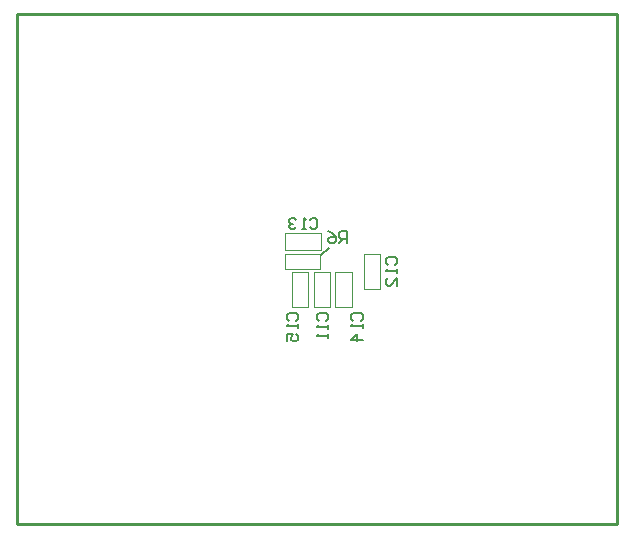
<source format=gbo>
G04*
G04 #@! TF.GenerationSoftware,Altium Limited,Altium Designer,20.2.5 (213)*
G04*
G04 Layer_Color=32896*
%FSLAX42Y42*%
%MOMM*%
G71*
G04*
G04 #@! TF.SameCoordinates,99264967-5F5F-486C-9E42-840607406226*
G04*
G04*
G04 #@! TF.FilePolarity,Positive*
G04*
G01*
G75*
%ADD11C,0.25*%
%ADD12C,0.10*%
%ADD15C,0.15*%
D11*
X3302Y3302D02*
Y7620D01*
X8382D01*
Y3302D02*
Y7620D01*
X3302Y3302D02*
X8382D01*
D12*
X6242Y5587D02*
X6382D01*
X6242Y5287D02*
Y5587D01*
X6382Y5287D02*
Y5587D01*
X6242Y5287D02*
X6382D01*
X6001Y5133D02*
X6141D01*
Y5433D01*
X6001Y5133D02*
Y5433D01*
X6001D02*
X6141D01*
X5578Y5620D02*
Y5760D01*
Y5620D02*
X5878D01*
X5578Y5760D02*
X5878D01*
Y5620D02*
Y5760D01*
X5820Y5133D02*
X5960D01*
Y5433D01*
X5820Y5133D02*
Y5433D01*
X5820D02*
X5960D01*
X5632Y5133D02*
X5772D01*
Y5433D01*
X5632Y5133D02*
Y5433D01*
X5632D02*
X5772D01*
X5574Y5587D02*
X5874D01*
X5574Y5457D02*
Y5587D01*
Y5457D02*
X5874D01*
Y5587D01*
D15*
X5879Y5574D02*
X5944Y5639D01*
X6100Y5679D02*
Y5776D01*
X6052D01*
X6036Y5760D01*
Y5728D01*
X6052Y5712D01*
X6100D01*
X6068D02*
X6036Y5679D01*
X5939Y5776D02*
X5972Y5760D01*
X6004Y5728D01*
Y5696D01*
X5988Y5679D01*
X5955D01*
X5939Y5696D01*
Y5712D01*
X5955Y5728D01*
X6004D01*
X5607Y5022D02*
X5591Y5038D01*
Y5070D01*
X5607Y5086D01*
X5671D01*
X5687Y5070D01*
Y5038D01*
X5671Y5022D01*
X5687Y4990D02*
Y4958D01*
Y4974D01*
X5591D01*
X5607Y4990D01*
X5591Y4845D02*
Y4909D01*
X5639D01*
X5623Y4877D01*
Y4861D01*
X5639Y4845D01*
X5671D01*
X5687Y4861D01*
Y4893D01*
X5671Y4909D01*
X6153Y5022D02*
X6137Y5038D01*
Y5070D01*
X6153Y5086D01*
X6217D01*
X6233Y5070D01*
Y5038D01*
X6217Y5022D01*
X6233Y4990D02*
Y4958D01*
Y4974D01*
X6137D01*
X6153Y4990D01*
X6233Y4861D02*
X6137D01*
X6185Y4909D01*
Y4845D01*
X5784Y5874D02*
X5800Y5890D01*
X5832D01*
X5848Y5874D01*
Y5810D01*
X5832Y5794D01*
X5800D01*
X5784Y5810D01*
X5752Y5794D02*
X5720D01*
X5736D01*
Y5890D01*
X5752Y5874D01*
X5671D02*
X5655Y5890D01*
X5623D01*
X5607Y5874D01*
Y5858D01*
X5623Y5842D01*
X5639D01*
X5623D01*
X5607Y5826D01*
Y5810D01*
X5623Y5794D01*
X5655D01*
X5671Y5810D01*
X6445Y5492D02*
X6429Y5508D01*
Y5540D01*
X6445Y5556D01*
X6509D01*
X6525Y5540D01*
Y5508D01*
X6509Y5492D01*
X6525Y5460D02*
Y5428D01*
Y5444D01*
X6429D01*
X6445Y5460D01*
X6525Y5315D02*
Y5379D01*
X6461Y5315D01*
X6445D01*
X6429Y5331D01*
Y5363D01*
X6445Y5379D01*
X5861Y5019D02*
X5845Y5035D01*
Y5067D01*
X5861Y5083D01*
X5925D01*
X5941Y5067D01*
Y5035D01*
X5925Y5019D01*
X5941Y4986D02*
Y4954D01*
Y4970D01*
X5845D01*
X5861Y4986D01*
X5941Y4906D02*
Y4874D01*
Y4890D01*
X5845D01*
X5861Y4906D01*
M02*

</source>
